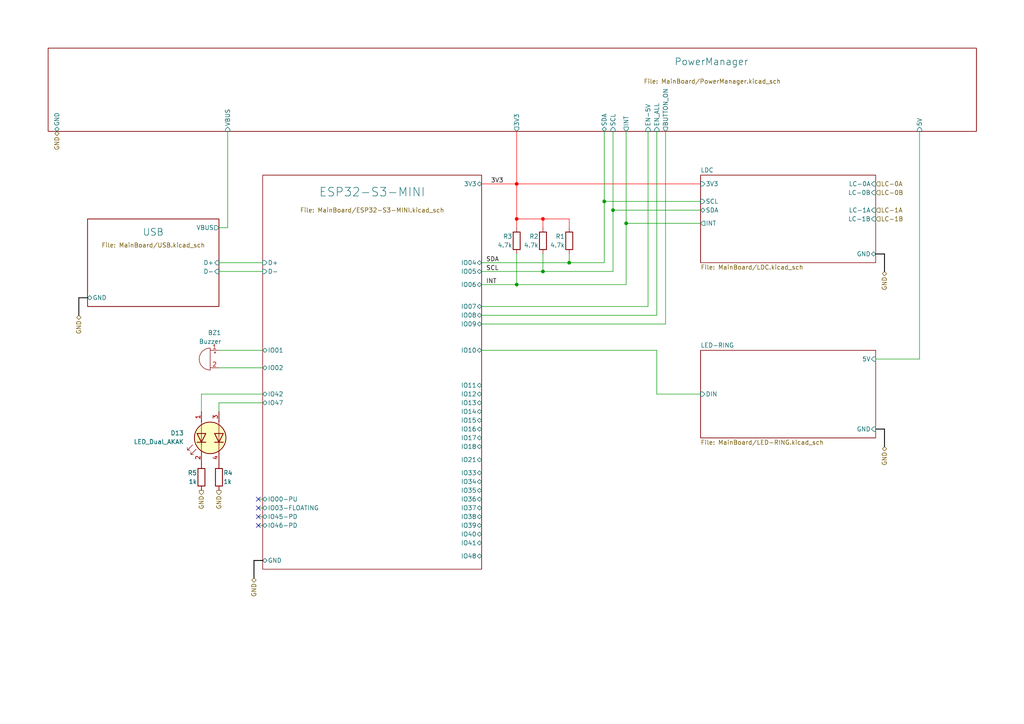
<source format=kicad_sch>
(kicad_sch (version 20230121) (generator eeschema)
  (paper "A4")
  (lib_symbols
    (symbol "Device:Buzzer" (pin_names (offset 0.0254) hide)
      (property "Reference" "BZ" (at 3.81 1.27 0))
      (property "Value" "Buzzer" (at 3.81 -1.27 0))
      (symbol "Buzzer_0_1"
        (arc (start 0 -3.175) (mid 3.1612 0) (end 0 3.175))
        (polyline (pts (xy -1.651 1.905) (xy -1.143 1.905)))
        (polyline (pts (xy -1.397 2.159) (xy -1.397 1.651)))
        (polyline (pts (xy 0 3.175) (xy 0 -3.175)))
      )
      (symbol "Buzzer_1_1"
        (pin passive line (at -2.54 2.54 0) (length 2.54) (name "-") (number "1"))
        (pin passive line (at -2.54 -2.54 0) (length 2.54) (name "+") (number "2"))
      )
    )
    (symbol "Device:LED_Dual_AKAK" (pin_names (offset 0) hide)
      (property "Reference" "D" (at 0 5.715 0))
      (property "Value" "LED_Dual_AKAK" (at 0 -6.35 0))
      (symbol "LED_Dual_AKAK_0_1"
        (polyline (pts (xy -5.08 -2.54) (xy 2.032 -2.54)))
        (polyline (pts (xy -5.08 2.54) (xy 2.032 2.54)))
        (polyline (pts (xy 1.27 -1.27) (xy 1.27 -3.81)) (stroke (width 0.254)))
        (polyline (pts (xy 1.27 3.81) (xy 1.27 1.27)) (stroke (width 0.254)))
        (polyline (pts (xy 3.81 -2.54) (xy 1.905 -2.54)))
        (polyline (pts (xy 3.81 2.54) (xy 1.905 2.54)))
        (polyline (pts (xy -1.27 -1.27) (xy -1.27 -3.81) (xy 1.27 -2.54) (xy -1.27 -1.27)) (stroke (width 0.254)))
        (polyline (pts (xy -1.27 3.81) (xy -1.27 1.27) (xy 1.27 2.54) (xy -1.27 3.81)) (stroke (width 0.254)))
        (polyline (pts (xy 2.032 5.08) (xy 3.556 6.604) (xy 2.794 6.604) (xy 3.556 6.604) (xy 3.556 5.842)))
        (polyline (pts (xy 3.302 4.064) (xy 4.826 5.588) (xy 4.064 5.588) (xy 4.826 5.588) (xy 4.826 4.826)))
        (circle (center 0 0) (radius 4.572) (stroke (width 0.254)) (fill (type background)))
      )
      (symbol "LED_Dual_AKAK_1_1"
        (pin input line (at -7.62 2.54 0) (length 3.048) (name "A1") (number "1"))
        (pin input line (at 7.62 2.54 180) (length 3.81) (name "K1") (number "2"))
        (pin input line (at -7.62 -2.54 0) (length 3.048) (name "A2") (number "3"))
        (pin input line (at 7.62 -2.54 180) (length 3.81) (name "K2") (number "4"))
      )
    )
    (symbol "Device:R" (pin_numbers hide) (pin_names (offset 0))
      (property "Reference" "R" (at 2.032 0 90))
      (property "Value" "R" (at 0 0 90))
      (symbol "R_0_1"
        (rectangle (start -1.016 -2.54) (end 1.016 2.54) (stroke (width 0.254)))
      )
      (symbol "R_1_1"
        (pin passive line (at 0 3.81 270) (length 1.27) (name "~") (number "1"))
        (pin passive line (at 0 -3.81 90) (length 1.27) (name "~") (number "2"))
      )
    )
  )
  (junction (at 175.26 58.42))
  (junction (at 157.48 78.74))
  (junction (at 149.86 82.55))
  (junction (at 177.8 60.96))
  (junction (at 149.86 63.5) (color 255 0 0 1))
  (junction (at 149.86 53.34) (color 255 0 0 1))
  (junction (at 165.1 76.2))
  (junction (at 157.48 63.5) (color 255 0 0 1))
  (junction (at 181.61 64.77))
  (no_connect (at 74.93 147.32))
  (no_connect (at 74.93 149.86))
  (no_connect (at 74.93 144.78))
  (no_connect (at 74.93 152.4))
  (wire (pts (xy 63.5 78.74) (xy 76.2 78.74)))
  (wire (pts (xy 149.86 63.5) (xy 149.86 66.04)) (stroke (width 0) (color 255 0 0 1)))
  (wire (pts (xy 165.1 76.2) (xy 139.7 76.2)))
  (wire (pts (xy 266.7 104.14) (xy 254 104.14)))
  (wire (pts (xy 256.54 124.46) (xy 254 124.46)) (stroke (width 0.25) (color 0 0 0 1)))
  (wire (pts (xy 73.66 162.56) (xy 76.2 162.56)) (stroke (width 0.25) (color 0 0 0 1)))
  (wire (pts (xy 157.48 78.74) (xy 139.7 78.74)))
  (wire (pts (xy 139.7 88.9) (xy 187.96 88.9)))
  (wire (pts (xy 157.48 73.66) (xy 157.48 78.74)))
  (wire (pts (xy 22.86 86.36) (xy 22.86 91.44)) (stroke (width 0.25) (color 0 0 0 1)))
  (wire (pts (xy 63.5 76.2) (xy 76.2 76.2)))
  (wire (pts (xy 149.86 82.55) (xy 139.7 82.55)))
  (wire (pts (xy 256.54 73.66) (xy 256.54 78.74)) (stroke (width 0.25) (color 0 0 0 1)))
  (wire (pts (xy 157.48 63.5) (xy 165.1 63.5)) (stroke (width 0) (color 255 0 0 1)))
  (wire (pts (xy 190.5 101.6) (xy 190.5 114.3)))
  (wire (pts (xy 63.5 116.84) (xy 63.5 119.38)))
  (wire (pts (xy 76.2 114.3) (xy 58.42 114.3)))
  (wire (pts (xy 181.61 82.55) (xy 181.61 64.77)))
  (wire (pts (xy 73.66 167.64) (xy 73.66 162.56)) (stroke (width 0.25) (color 0 0 0 1)))
  (wire (pts (xy 149.86 53.34) (xy 139.7 53.34)) (stroke (width 0) (color 255 0 0 1)))
  (wire (pts (xy 22.86 86.36) (xy 25.4 86.36)) (stroke (width 0.25) (color 0 0 0 1)))
  (wire (pts (xy 190.5 38.1) (xy 190.5 91.44)))
  (wire (pts (xy 175.26 58.42) (xy 203.2 58.42)))
  (wire (pts (xy 165.1 63.5) (xy 165.1 66.04)) (stroke (width 0) (color 255 0 0 1)))
  (wire (pts (xy 149.86 53.34) (xy 203.2 53.34)) (stroke (width 0) (color 255 0 0 1)))
  (wire (pts (xy 74.93 149.86) (xy 76.2 149.86)))
  (wire (pts (xy 181.61 38.1) (xy 181.61 64.77)))
  (wire (pts (xy 177.8 60.96) (xy 177.8 78.74)))
  (wire (pts (xy 58.42 114.3) (xy 58.42 119.38)))
  (wire (pts (xy 63.5 116.84) (xy 76.2 116.84)))
  (wire (pts (xy 165.1 73.66) (xy 165.1 76.2)))
  (wire (pts (xy 203.2 60.96) (xy 177.8 60.96)))
  (wire (pts (xy 66.04 38.1) (xy 66.04 66.04)))
  (wire (pts (xy 139.7 93.98) (xy 193.04 93.98)))
  (wire (pts (xy 177.8 38.1) (xy 177.8 60.96)))
  (wire (pts (xy 149.86 73.66) (xy 149.86 82.55)))
  (wire (pts (xy 74.93 152.4) (xy 76.2 152.4)))
  (wire (pts (xy 66.04 66.04) (xy 63.5 66.04)))
  (wire (pts (xy 187.96 38.1) (xy 187.96 88.9)))
  (wire (pts (xy 139.7 101.6) (xy 190.5 101.6)))
  (wire (pts (xy 157.48 78.74) (xy 177.8 78.74)))
  (wire (pts (xy 190.5 114.3) (xy 203.2 114.3)))
  (wire (pts (xy 193.04 93.98) (xy 193.04 38.1)))
  (wire (pts (xy 256.54 124.46) (xy 256.54 129.54)) (stroke (width 0.25) (color 0 0 0 1)))
  (wire (pts (xy 76.2 106.68) (xy 63.5 106.68)))
  (wire (pts (xy 149.86 53.34) (xy 149.86 63.5)) (stroke (width 0) (color 255 0 0 1)))
  (wire (pts (xy 190.5 91.44) (xy 139.7 91.44)))
  (wire (pts (xy 74.93 144.78) (xy 76.2 144.78)))
  (wire (pts (xy 256.54 73.66) (xy 254 73.66)) (stroke (width 0.25) (color 0 0 0 1)))
  (wire (pts (xy 149.86 38.1) (xy 149.86 53.34)) (stroke (width 0) (color 255 0 0 1)))
  (wire (pts (xy 74.93 147.32) (xy 76.2 147.32)))
  (wire (pts (xy 181.61 64.77) (xy 203.2 64.77)))
  (wire (pts (xy 149.86 63.5) (xy 157.48 63.5)) (stroke (width 0) (color 255 0 0 1)))
  (wire (pts (xy 76.2 101.6) (xy 63.5 101.6)))
  (wire (pts (xy 175.26 76.2) (xy 175.26 58.42)))
  (wire (pts (xy 266.7 38.1) (xy 266.7 104.14)))
  (wire (pts (xy 149.86 82.55) (xy 181.61 82.55)))
  (wire (pts (xy 175.26 76.2) (xy 165.1 76.2)))
  (wire (pts (xy 175.26 38.1) (xy 175.26 58.42)))
  (wire (pts (xy 157.48 63.5) (xy 157.48 66.04)) (stroke (width 0) (color 255 0 0 1)))
  (label "SCL" (at 140.97 78.74 0))
  (label "SDA" (at 140.97 76.2 0))
  (label "INT" (at 140.97 82.55 0))
  (label "3V3" (at 146.05 53.34 180))
  (hierarchical_label "GND" (shape bidirectional) (at 256.54 129.54 270))
  (hierarchical_label "GND" (shape output) (at 63.5 142.24 270))
  (hierarchical_label "GND" (shape bidirectional) (at 256.54 78.74 270))
  (hierarchical_label "LC-0B" (shape input) (at 254 55.88 0))
  (hierarchical_label "GND" (shape bidirectional) (at 22.86 91.44 270))
  (hierarchical_label "GND" (shape bidirectional) (at 73.66 167.64 270))
  (hierarchical_label "LC-0A" (shape input) (at 254 53.34 0))
  (hierarchical_label "GND" (shape output) (at 58.42 142.24 270))
  (hierarchical_label "LC-1B" (shape input) (at 254 63.5 0))
  (hierarchical_label "LC-1A" (shape input) (at 254 60.96 0))
  (hierarchical_label "GND" (shape bidirectional) (at 16.51 38.1 270))
  (symbol (lib_id "Device:R") (at 157.48 69.85 0) (mirror y) (unit 1)
    (property "Reference" "R2" (at 156.21 68.58 0) (effects (justify left)))
    (property "Value" "4.7k" (at 156.21 71.12 0) (effects (justify left)))
    (property "Footprint" "Resistor_SMD:R_0402_1005Metric" (effects hide))
    (property "LCSC" "C25900" (effects hide))
    (property "Basic/Extended" "B" (effects hide))
    (instances (project "Watch" (path "" (reference "R2") (unit 1))) (project "ZakladniElektronika" (path "" (reference "R5") (unit 1)) (path "" (reference "R31") (unit 1)) (path "" (reference "R37") (unit 1))) (project "RB3203" (path "" (reference "R?") (unit 1))))
  )
  (symbol (lib_id "Device:R") (at 63.5 138.43 0) (mirror x) (unit 1)
    (property "Reference" "R4" (at 64.77 137.16 0) (effects (justify left)))
    (property "Value" "1k" (at 64.77 139.7 0) (effects (justify left)))
    (property "Footprint" "Resistor_SMD:R_0402_1005Metric" (effects hide))
    (property "LCSC" "C11702" (effects hide))
    (property "Basic/Extended" "B" (effects hide))
    (instances (project "Watch" (path "" (reference "R4") (unit 1))) (project "ZakladniElektronika" (path "" (reference "R13") (unit 1)) (path "" (reference "R27") (unit 1))) (project "RB3203" (path "" (reference "R?") (unit 1))))
  )
  (symbol (lib_id "Device:LED_Dual_AKAK") (at 60.96 127 90) (mirror x) (unit 1)
    (property "Reference" "D13" (at 53.34 125.603 90) (effects (justify left)))
    (property "Value" "LED_Dual_AKAK" (at 53.34 128.143 90) (effects (justify left)))
    (property "Footprint" "RKL-LED:SMD,1.5x3.2mm 4pin" (effects hide))
    (property "Datasheet" "https://datasheet.lcsc.com/lcsc/2211030000_XINGLIGHT-XL-3210SURSYGC_C965882.pdf" (effects hide))
    (property "LCSC" "C965882" (effects hide))
    (property "Basic/Extended" "E" (effects hide))
    (instances (project "Watch" (path "" (reference "D13") (unit 1))) (project "ZakladniElektronika" (path "" (reference "D121") (unit 1))))
  )
  (symbol (lib_id "Device:Buzzer") (at 60.96 104.14 0) (mirror y) (unit 1)
    (property "Reference" "BZ1" (at 62.23 96.52 0))
    (property "Value" "Buzzer" (at 60.96 99.06 0))
    (property "Footprint" "RKL-Audio:SmallBuzzer" (effects hide))
    (property "LCSC" "C255307" (effects hide))
    (property "Basic/Extended" "E" (effects hide))
  )
  (symbol (lib_id "Device:R") (at 149.86 69.85 0) (mirror y) (unit 1)
    (property "Reference" "R3" (at 148.59 68.58 0) (effects (justify left)))
    (property "Value" "4.7k" (at 148.59 71.12 0) (effects (justify left)))
    (property "Footprint" "Resistor_SMD:R_0402_1005Metric" (effects hide))
    (property "LCSC" "C25900" (effects hide))
    (property "Basic/Extended" "B" (effects hide))
    (instances (project "Watch" (path "" (reference "R3") (unit 1))) (project "ZakladniElektronika" (path "" (reference "R5") (unit 1)) (path "" (reference "R31") (unit 1)) (path "" (reference "R38") (unit 1))) (project "RB3203" (path "" (reference "R?") (unit 1))))
  )
  (symbol (lib_id "Device:R") (at 165.1 69.85 0) (mirror y) (unit 1)
    (property "Reference" "R1" (at 163.83 68.58 0) (effects (justify left)))
    (property "Value" "4.7k" (at 163.83 71.12 0) (effects (justify left)))
    (property "Footprint" "Resistor_SMD:R_0402_1005Metric" (effects hide))
    (property "LCSC" "C25900" (effects hide))
    (property "Basic/Extended" "B" (effects hide))
    (instances (project "Watch" (path "" (reference "R1") (unit 1))) (project "ZakladniElektronika" (path "" (reference "R5") (unit 1)) (path "" (reference "R31") (unit 1)) (path "" (reference "R39") (unit 1))) (project "RB3203" (path "" (reference "R?") (unit 1))))
  )
  (symbol (lib_id "Device:R") (at 58.42 138.43 0) (mirror x) (unit 1)
    (property "Reference" "R5" (at 57.15 137.16 0) (effects (justify right)))
    (property "Value" "1k" (at 57.15 139.7 0) (effects (justify right)))
    (property "Footprint" "Resistor_SMD:R_0402_1005Metric" (effects hide))
    (property "LCSC" "C11702" (effects hide))
    (property "Basic/Extended" "B" (effects hide))
    (instances (project "Watch" (path "" (reference "R5") (unit 1))) (project "ZakladniElektronika" (path "" (reference "R13") (unit 1)) (path "" (reference "R28") (unit 1))) (project "RB3203" (path "" (reference "R?") (unit 1))))
  )
  (sheet (at 203.2 101.6) (size 50.8 25.4) (stroke (width 0.1524))
    (property "Sheetname" "LED-RING" (at 203.2 100.8884 0) (effects (justify left bottom)))
    (property "Sheetfile" "MainBoard/LED-RING.kicad_sch" (at 203.2 127.5846 0) (effects (justify left top)))
    (pin "GND" input (at 254 124.46 0))
    (pin "5V" input (at 254 104.14 0))
    (pin "DIN" input (at 203.2 114.3 180))
  )
  (sheet (at 25.4 63.5) (size 38.1 25.4) (stroke (width 0.1524))
    (property "Sheetname" "USB" (at 44.45 67.31 0) (effects (font (size 2 2))))
    (property "Sheetfile" "MainBoard/USB.kicad_sch" (at 44.45 71.12 0))
    (pin "GND" bidirectional (at 25.4 86.36 180))
    (pin "VBUS" output (at 63.5 66.04 0))
    (pin "D-" input (at 63.5 78.74 0))
    (pin "D+" input (at 63.5 76.2 0))
  )
  (sheet (at 203.2 50.8) (size 50.8 25.4) (stroke (width 0.1524))
    (property "Sheetname" "LDC" (at 203.2 50.0884 0) (effects (justify left bottom)))
    (property "Sheetfile" "MainBoard/LDC.kicad_sch" (at 203.2 76.7846 0) (effects (justify left top)))
    (pin "3V3" input (at 203.2 53.34 180))
    (pin "SCL" input (at 203.2 58.42 180))
    (pin "INT" output (at 203.2 64.77 180))
    (pin "SDA" bidirectional (at 203.2 60.96 180))
    (pin "LC-0A" input (at 254 53.34 0))
    (pin "LC-1A" input (at 254 60.96 0))
    (pin "LC-0B" input (at 254 55.88 0))
    (pin "LC-1B" input (at 254 63.5 0))
    (pin "GND" bidirectional (at 254 73.66 0))
  )
  (sheet (at 13.97 13.97) (size 269.24 24.13) (stroke (width 0.1524))
    (property "Sheetname" "PowerManager" (at 195.58 19.05 0) (effects (font (size 2 2)) (justify left bottom)))
    (property "Sheetfile" "MainBoard/PowerManager.kicad_sch" (at 186.69 22.86 0) (effects (justify left top)))
    (pin "3V3" output (at 149.86 38.1 270))
    (pin "VBUS" input (at 66.04 38.1 270))
    (pin "GND" bidirectional (at 16.51 38.1 270))
    (pin "SDA" bidirectional (at 175.26 38.1 270))
    (pin "INT" output (at 181.61 38.1 270))
    (pin "SCL" input (at 177.8 38.1 270))
    (pin "EN-5V" input (at 187.96 38.1 270))
    (pin "EN_ALL" input (at 190.5 38.1 270))
    (pin "BUTTON_ON" output (at 193.04 38.1 270))
    (pin "5V" input (at 266.7 38.1 270))
  )
  (sheet (at 76.2 50.8) (size 63.5 114.3) (stroke (width 0.1524))
    (property "Sheetname" "ESP32-S3-MINI" (at 107.95 57.15 0) (effects (font (size 2.5 2.5)) (justify bottom)))
    (property "Sheetfile" "MainBoard/ESP32-S3-MINI.kicad_sch" (at 107.95 60.96 0))
    (pin "3V3" bidirectional (at 139.7 53.34 0))
    (pin "GND" bidirectional (at 76.2 162.56 180))
    (pin "IO00-PU" bidirectional (at 76.2 144.78 180))
    (pin "IO45-PD" bidirectional (at 76.2 149.86 180))
    (pin "IO07" bidirectional (at 139.7 88.9 0))
    (pin "IO02" bidirectional (at 76.2 106.68 180))
    (pin "IO01" bidirectional (at 76.2 101.6 180))
    (pin "IO12" bidirectional (at 139.7 114.3 0))
    (pin "IO18" bidirectional (at 139.7 129.54 0))
    (pin "IO14" bidirectional (at 139.7 119.38 0))
    (pin "IO16" bidirectional (at 139.7 124.46 0))
    (pin "IO15" bidirectional (at 139.7 121.92 0))
    (pin "IO13" bidirectional (at 139.7 116.84 0))
    (pin "IO17" bidirectional (at 139.7 127 0))
    (pin "IO11" bidirectional (at 139.7 111.76 0))
    (pin "IO21" bidirectional (at 139.7 133.35 0))
    (pin "IO10" bidirectional (at 139.7 101.6 0))
    (pin "IO09" bidirectional (at 139.7 93.98 0))
    (pin "IO08" bidirectional (at 139.7 91.44 0))
    (pin "IO37" bidirectional (at 139.7 147.32 0))
    (pin "IO38" bidirectional (at 139.7 149.86 0))
    (pin "IO33" bidirectional (at 139.7 137.16 0))
    (pin "IO34" bidirectional (at 139.7 139.7 0))
    (pin "IO36" bidirectional (at 139.7 144.78 0))
    (pin "IO35" bidirectional (at 139.7 142.24 0))
    (pin "IO42" bidirectional (at 76.2 114.3 180))
    (pin "IO47" bidirectional (at 76.2 116.84 180))
    (pin "IO39" bidirectional (at 139.7 152.4 0))
    (pin "IO48" bidirectional (at 139.7 161.29 0))
    (pin "IO41" bidirectional (at 139.7 157.48 0))
    (pin "IO46-PD" bidirectional (at 76.2 152.4 180))
    (pin "IO03-FLOATING" bidirectional (at 76.2 147.32 180))
    (pin "IO05" bidirectional (at 139.7 78.74 0))
    (pin "IO04" bidirectional (at 139.7 76.2 0))
    (pin "IO06" bidirectional (at 139.7 82.55 0))
    (pin "IO40" bidirectional (at 139.7 154.94 0))
    (pin "D+" input (at 76.2 76.2 180))
    (pin "D-" input (at 76.2 78.74 180))
  )
)
</source>
